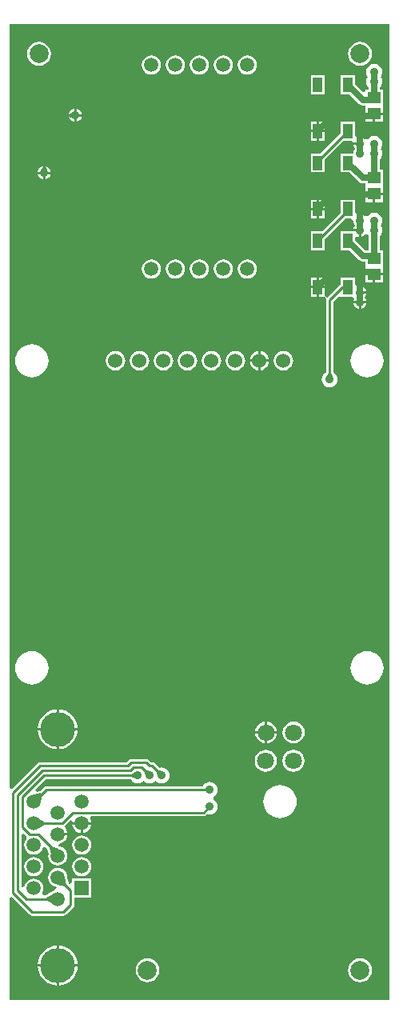
<source format=gtl>
G04 Layer_Physical_Order=1*
G04 Layer_Color=255*
%FSAX24Y24*%
%MOIN*%
G70*
G01*
G75*
%ADD10R,0.0551X0.0472*%
%ADD11R,0.0394X0.0591*%
%ADD12C,0.0100*%
%ADD13C,0.0250*%
%ADD14C,0.1457*%
%ADD15C,0.0591*%
%ADD16R,0.0591X0.0591*%
%ADD17C,0.0709*%
%ADD18C,0.0600*%
%ADD19C,0.0787*%
%ADD20C,0.0354*%
G36*
X026183Y023457D02*
X026008Y023281D01*
X025954Y023440D01*
X026025Y023510D01*
X026183Y023457D01*
D02*
G37*
G36*
X025683D02*
X025508Y023281D01*
X025454Y023440D01*
X025525Y023510D01*
X025683Y023457D01*
D02*
G37*
G36*
X025059Y023156D02*
X024909Y023230D01*
Y023330D01*
X025059Y023404D01*
Y023156D01*
D02*
G37*
G36*
X035674Y013932D02*
X019838D01*
Y014200D01*
Y018169D01*
X019938Y018210D01*
X020677Y017471D01*
X020727Y017438D01*
X020785Y017427D01*
X022085D01*
X022144Y017438D01*
X022193Y017471D01*
X022493Y017771D01*
X022526Y017821D01*
X022538Y017880D01*
Y018176D01*
X023246D01*
Y018966D01*
X022455D01*
Y018816D01*
X022355Y018765D01*
X022304Y018798D01*
X022248Y019029D01*
X022235Y019125D01*
X022196Y019221D01*
X022132Y019304D01*
X022050Y019367D01*
X021954Y019407D01*
X021850Y019420D01*
X021747Y019407D01*
X021651Y019367D01*
X021568Y019304D01*
X021505Y019221D01*
X021465Y019125D01*
X021452Y019022D01*
X021465Y018918D01*
X021505Y018822D01*
X021568Y018740D01*
X021651Y018676D01*
X021747Y018637D01*
X021775Y018633D01*
X021792Y018612D01*
X021750Y018506D01*
X021747Y018505D01*
X021651Y018465D01*
X021574Y018406D01*
X021355Y018273D01*
X021246D01*
X021196Y018371D01*
X021235Y018468D01*
X021249Y018571D01*
X021235Y018674D01*
X021196Y018770D01*
X021132Y018853D01*
X021050Y018916D01*
X020954Y018956D01*
X020850Y018970D01*
X020747Y018956D01*
X020651Y018916D01*
X020568Y018853D01*
X020505Y018770D01*
X020465Y018674D01*
X020464Y018665D01*
X020357Y018614D01*
X020338Y018626D01*
Y020811D01*
X020430Y020850D01*
X020529Y020751D01*
X020558Y020680D01*
X020536Y020613D01*
X020505Y020573D01*
X020465Y020477D01*
X020452Y020374D01*
X020465Y020271D01*
X020505Y020175D01*
X020568Y020092D01*
X020651Y020029D01*
X020747Y019989D01*
X020850Y019975D01*
X020954Y019989D01*
X021050Y020029D01*
X021132Y020092D01*
X021196Y020175D01*
X021235Y020271D01*
X021340Y020298D01*
X021425Y020212D01*
X021459Y019978D01*
X021452Y019923D01*
X021465Y019820D01*
X021505Y019724D01*
X021568Y019641D01*
X021651Y019578D01*
X021747Y019538D01*
X021850Y019525D01*
X021954Y019538D01*
X022050Y019578D01*
X022132Y019641D01*
X022196Y019724D01*
X022235Y019820D01*
X022249Y019923D01*
X022235Y020026D01*
X022196Y020123D01*
X022132Y020205D01*
X022050Y020268D01*
X021954Y020308D01*
X021935Y020311D01*
X021882Y020329D01*
X021893Y020432D01*
X021954Y020440D01*
X022050Y020479D01*
X022132Y020543D01*
X022196Y020625D01*
X022235Y020722D01*
X022243Y020775D01*
X021850D01*
Y020875D01*
X022243D01*
X022235Y020928D01*
X022196Y021024D01*
X022163Y021066D01*
X022148Y021145D01*
X022172Y021202D01*
X022372Y021402D01*
X022462Y021350D01*
X022458Y021326D01*
X022850D01*
X023242D01*
X023235Y021379D01*
X023196Y021475D01*
X023250Y021568D01*
X027926D01*
X027985Y021580D01*
X028034Y021613D01*
X028088Y021666D01*
X028100Y021661D01*
X028185Y021650D01*
X028270Y021661D01*
X028350Y021694D01*
X028418Y021746D01*
X028471Y021815D01*
X028504Y021894D01*
X028515Y021980D01*
X028504Y022065D01*
X028471Y022145D01*
X028418Y022213D01*
X028350Y022265D01*
X028326Y022275D01*
Y022384D01*
X028350Y022394D01*
X028418Y022446D01*
X028471Y022515D01*
X028504Y022594D01*
X028515Y022680D01*
X028504Y022765D01*
X028471Y022845D01*
X028418Y022913D01*
X028350Y022965D01*
X028270Y022998D01*
X028185Y023010D01*
X028100Y022998D01*
X028020Y022965D01*
X027952Y022913D01*
X027899Y022845D01*
X027891Y022826D01*
X024891D01*
X024858Y022832D01*
X021372D01*
X021314Y022821D01*
X021264Y022788D01*
X021105Y022628D01*
X020960Y022596D01*
X020910Y022688D01*
X021348Y023127D01*
X024887D01*
X024896Y023122D01*
X024899Y023115D01*
X024952Y023046D01*
X025020Y022994D01*
X025100Y022961D01*
X025185Y022950D01*
X025270Y022961D01*
X025350Y022994D01*
X025418Y023046D01*
X025452D01*
X025520Y022994D01*
X025600Y022961D01*
X025685Y022950D01*
X025770Y022961D01*
X025850Y022994D01*
X025918Y023046D01*
X025952D01*
X026020Y022994D01*
X026100Y022961D01*
X026185Y022950D01*
X026270Y022961D01*
X026350Y022994D01*
X026418Y023046D01*
X026471Y023115D01*
X026504Y023194D01*
X026515Y023280D01*
X026504Y023365D01*
X026471Y023445D01*
X026418Y023513D01*
X026350Y023565D01*
X026270Y023598D01*
X026185Y023610D01*
X026100Y023598D01*
X026092Y023595D01*
X026082Y023598D01*
X025893Y023788D01*
X025844Y023821D01*
X025785Y023832D01*
X025731D01*
X025649Y023915D01*
X025599Y023948D01*
X025541Y023960D01*
X024912D01*
X024854Y023948D01*
X024804Y023915D01*
X024722Y023832D01*
X021119D01*
X021061Y023821D01*
X021011Y023788D01*
X019938Y022714D01*
X019838Y022756D01*
Y026200D01*
Y044488D01*
Y054571D01*
X035674D01*
Y013932D01*
D02*
G37*
G36*
X021225Y022461D02*
X021145Y022166D01*
X020867Y022472D01*
X021157Y022535D01*
X021225Y022461D01*
D02*
G37*
G36*
X021318Y021331D02*
X021319Y021231D01*
X021065Y021073D01*
X021057Y021486D01*
X021318Y021331D01*
D02*
G37*
G36*
X021904Y020214D02*
X021561Y019983D01*
X021521Y020262D01*
X021606Y020319D01*
X021904Y020214D01*
D02*
G37*
G36*
X022217Y018726D02*
X022146Y018655D01*
X021853Y018726D01*
X022146Y019019D01*
X022217Y018726D01*
D02*
G37*
G36*
X021640Y017913D02*
X021382Y018070D01*
Y018170D01*
X021640Y018327D01*
Y017913D01*
D02*
G37*
%LPC*%
G36*
X034449Y053844D02*
X034320Y053827D01*
X034200Y053778D01*
X034097Y053699D01*
X034018Y053595D01*
X033968Y053475D01*
X033951Y053346D01*
X033968Y053218D01*
X034018Y053097D01*
X034097Y052994D01*
X034200Y052915D01*
X034320Y052865D01*
X034449Y052849D01*
X034578Y052865D01*
X034698Y052915D01*
X034801Y052994D01*
X034880Y053097D01*
X034930Y053218D01*
X034947Y053346D01*
X034930Y053475D01*
X034880Y053595D01*
X034801Y053699D01*
X034698Y053778D01*
X034578Y053827D01*
X034449Y053844D01*
D02*
G37*
G36*
X021063D02*
X020934Y053827D01*
X020814Y053778D01*
X020711Y053699D01*
X020632Y053595D01*
X020582Y053475D01*
X020565Y053346D01*
X020582Y053218D01*
X020632Y053097D01*
X020711Y052994D01*
X020814Y052915D01*
X020934Y052865D01*
X021063Y052849D01*
X021192Y052865D01*
X021312Y052915D01*
X021415Y052994D01*
X021494Y053097D01*
X021544Y053218D01*
X021561Y053346D01*
X021544Y053475D01*
X021494Y053595D01*
X021415Y053699D01*
X021312Y053778D01*
X021192Y053827D01*
X021063Y053844D01*
D02*
G37*
G36*
X029756Y053273D02*
X029653Y053259D01*
X029557Y053219D01*
X029474Y053156D01*
X029411Y053073D01*
X029371Y052977D01*
X029357Y052874D01*
X029371Y052771D01*
X029411Y052675D01*
X029474Y052592D01*
X029557Y052529D01*
X029653Y052489D01*
X029756Y052475D01*
X029859Y052489D01*
X029955Y052529D01*
X030038Y052592D01*
X030101Y052675D01*
X030141Y052771D01*
X030155Y052874D01*
X030141Y052977D01*
X030101Y053073D01*
X030038Y053156D01*
X029955Y053219D01*
X029859Y053259D01*
X029756Y053273D01*
D02*
G37*
G36*
X028756D02*
X028653Y053259D01*
X028557Y053219D01*
X028474Y053156D01*
X028411Y053073D01*
X028371Y052977D01*
X028357Y052874D01*
X028371Y052771D01*
X028411Y052675D01*
X028474Y052592D01*
X028557Y052529D01*
X028653Y052489D01*
X028756Y052475D01*
X028859Y052489D01*
X028955Y052529D01*
X029038Y052592D01*
X029101Y052675D01*
X029141Y052771D01*
X029155Y052874D01*
X029141Y052977D01*
X029101Y053073D01*
X029038Y053156D01*
X028955Y053219D01*
X028859Y053259D01*
X028756Y053273D01*
D02*
G37*
G36*
X027756D02*
X027653Y053259D01*
X027557Y053219D01*
X027474Y053156D01*
X027411Y053073D01*
X027371Y052977D01*
X027357Y052874D01*
X027371Y052771D01*
X027411Y052675D01*
X027474Y052592D01*
X027557Y052529D01*
X027653Y052489D01*
X027756Y052475D01*
X027859Y052489D01*
X027955Y052529D01*
X028038Y052592D01*
X028101Y052675D01*
X028141Y052771D01*
X028155Y052874D01*
X028141Y052977D01*
X028101Y053073D01*
X028038Y053156D01*
X027955Y053219D01*
X027859Y053259D01*
X027756Y053273D01*
D02*
G37*
G36*
X026756D02*
X026653Y053259D01*
X026557Y053219D01*
X026474Y053156D01*
X026411Y053073D01*
X026371Y052977D01*
X026357Y052874D01*
X026371Y052771D01*
X026411Y052675D01*
X026474Y052592D01*
X026557Y052529D01*
X026653Y052489D01*
X026756Y052475D01*
X026859Y052489D01*
X026955Y052529D01*
X027038Y052592D01*
X027101Y052675D01*
X027141Y052771D01*
X027155Y052874D01*
X027141Y052977D01*
X027101Y053073D01*
X027038Y053156D01*
X026955Y053219D01*
X026859Y053259D01*
X026756Y053273D01*
D02*
G37*
G36*
X025756D02*
X025653Y053259D01*
X025557Y053219D01*
X025474Y053156D01*
X025411Y053073D01*
X025371Y052977D01*
X025357Y052874D01*
X025371Y052771D01*
X025411Y052675D01*
X025474Y052592D01*
X025557Y052529D01*
X025653Y052489D01*
X025756Y052475D01*
X025859Y052489D01*
X025955Y052529D01*
X026038Y052592D01*
X026101Y052675D01*
X026141Y052771D01*
X026155Y052874D01*
X026141Y052977D01*
X026101Y053073D01*
X026038Y053156D01*
X025955Y053219D01*
X025859Y053259D01*
X025756Y053273D01*
D02*
G37*
G36*
X035043Y052924D02*
X034957Y052912D01*
X034878Y052879D01*
X034809Y052827D01*
X034757Y052759D01*
X034724Y052679D01*
X034713Y052594D01*
X034724Y052508D01*
X034757Y052429D01*
X034784Y052394D01*
X034757Y052359D01*
X034724Y052279D01*
X034713Y052194D01*
X034724Y052108D01*
X034757Y052029D01*
X034809Y051960D01*
X034813Y051957D01*
Y051852D01*
X034664D01*
Y051785D01*
X034571Y051747D01*
X034245Y052073D01*
Y052441D01*
X033652D01*
Y051650D01*
X034019D01*
X034416Y051254D01*
X034491Y051204D01*
X034578Y051186D01*
X034664D01*
Y050896D01*
X035039D01*
X035415D01*
Y051180D01*
Y051852D01*
X035272D01*
Y051957D01*
X035276Y051960D01*
X035328Y052029D01*
X035361Y052108D01*
X035373Y052194D01*
X035361Y052279D01*
X035328Y052359D01*
X035301Y052394D01*
X035328Y052429D01*
X035361Y052508D01*
X035373Y052594D01*
X035361Y052679D01*
X035328Y052759D01*
X035276Y052827D01*
X035208Y052879D01*
X035128Y052912D01*
X035043Y052924D01*
D02*
G37*
G36*
X032985Y052441D02*
X032392D01*
Y051650D01*
X032985D01*
Y052441D01*
D02*
G37*
G36*
X022635Y051052D02*
Y050830D01*
X022858D01*
X022855Y050852D01*
X022827Y050919D01*
X022783Y050977D01*
X022725Y051022D01*
X022657Y051050D01*
X022635Y051052D01*
D02*
G37*
G36*
X022535D02*
X022513Y051050D01*
X022445Y051022D01*
X022387Y050977D01*
X022343Y050919D01*
X022315Y050852D01*
X022312Y050831D01*
X022459Y050904D01*
Y050830D01*
X022535D01*
Y051052D01*
D02*
G37*
G36*
Y050730D02*
X022459D01*
Y050656D01*
X022312Y050728D01*
X022315Y050707D01*
X022343Y050640D01*
X022387Y050582D01*
X022445Y050537D01*
X022513Y050510D01*
X022535Y050507D01*
Y050730D01*
D02*
G37*
G36*
X035415Y050796D02*
X035089D01*
Y050510D01*
X035415D01*
Y050796D01*
D02*
G37*
G36*
X034989D02*
X034664D01*
Y050510D01*
X034989D01*
Y050796D01*
D02*
G37*
G36*
X022858Y050730D02*
X022635D01*
Y050507D01*
X022657Y050510D01*
X022725Y050537D01*
X022783Y050582D01*
X022827Y050640D01*
X022855Y050707D01*
X022858Y050730D01*
D02*
G37*
G36*
X032985Y050512D02*
X032739D01*
Y050167D01*
X032985D01*
Y050512D01*
D02*
G37*
G36*
X032639D02*
X032392D01*
Y050167D01*
X032639D01*
Y050512D01*
D02*
G37*
G36*
X035043Y049924D02*
X034957Y049912D01*
X034878Y049879D01*
X034809Y049827D01*
X034771Y049778D01*
X034765Y049774D01*
X034698Y049767D01*
X034654Y049773D01*
X034640Y049791D01*
X034582Y049836D01*
X034515Y049864D01*
X034493Y049867D01*
Y049594D01*
X034443D01*
Y049544D01*
X034170D01*
X034172Y049521D01*
X034200Y049454D01*
X034243Y049394D01*
X034200Y049333D01*
X034172Y049266D01*
X034163Y049194D01*
X034161Y049191D01*
X033652D01*
Y048400D01*
X034019D01*
X034416Y048004D01*
X034491Y047954D01*
X034578Y047936D01*
X034664D01*
Y047833D01*
Y047550D01*
X035039D01*
X035415D01*
Y047833D01*
Y048506D01*
X035272D01*
Y048957D01*
X035276Y048960D01*
X035328Y049029D01*
X035361Y049108D01*
X035373Y049194D01*
X035361Y049279D01*
X035328Y049359D01*
X035301Y049394D01*
X035328Y049429D01*
X035361Y049508D01*
X035373Y049594D01*
X035361Y049679D01*
X035328Y049759D01*
X035276Y049827D01*
X035208Y049879D01*
X035128Y049912D01*
X035043Y049924D01*
D02*
G37*
G36*
X032985Y050067D02*
X032739D01*
Y049721D01*
X032985D01*
Y050067D01*
D02*
G37*
G36*
X032639D02*
X032392D01*
Y049721D01*
X032639D01*
Y050067D01*
D02*
G37*
G36*
X034245Y050512D02*
X033652D01*
Y050036D01*
X032807Y049191D01*
X032392D01*
Y048400D01*
X032985D01*
Y048937D01*
X033769Y049721D01*
X034098D01*
X034151Y049644D01*
X034393D01*
Y049867D01*
X034370Y049864D01*
X034345Y049853D01*
X034245Y049909D01*
Y050512D01*
D02*
G37*
G36*
X021337Y048652D02*
X021409Y048506D01*
X021335D01*
Y048430D01*
X021558D01*
X021555Y048452D01*
X021527Y048519D01*
X021483Y048577D01*
X021425Y048622D01*
X021357Y048650D01*
X021337Y048652D01*
D02*
G37*
G36*
X021233D02*
X021213Y048650D01*
X021145Y048622D01*
X021087Y048577D01*
X021043Y048519D01*
X021015Y048452D01*
X021012Y048430D01*
X021235D01*
Y048506D01*
X021161D01*
X021233Y048652D01*
D02*
G37*
G36*
X021558Y048330D02*
X021335D01*
Y048107D01*
X021357Y048109D01*
X021425Y048137D01*
X021483Y048182D01*
X021527Y048240D01*
X021555Y048307D01*
X021558Y048330D01*
D02*
G37*
G36*
X021235D02*
X021012D01*
X021015Y048307D01*
X021043Y048240D01*
X021087Y048182D01*
X021145Y048137D01*
X021213Y048109D01*
X021235Y048107D01*
Y048330D01*
D02*
G37*
G36*
X035415Y047450D02*
X035089D01*
Y047164D01*
X035415D01*
Y047450D01*
D02*
G37*
G36*
X034989D02*
X034664D01*
Y047164D01*
X034989D01*
Y047450D01*
D02*
G37*
G36*
X032985Y047262D02*
X032739D01*
Y046917D01*
X032985D01*
Y047262D01*
D02*
G37*
G36*
X032639D02*
X032392D01*
Y046917D01*
X032639D01*
Y047262D01*
D02*
G37*
G36*
X032985Y046817D02*
X032739D01*
Y046471D01*
X032985D01*
Y046817D01*
D02*
G37*
G36*
X032639D02*
X032392D01*
Y046471D01*
X032639D01*
Y046817D01*
D02*
G37*
G36*
X034245Y047262D02*
X033652D01*
Y046725D01*
X032868Y045941D01*
X032392D01*
Y045150D01*
X032985D01*
Y045626D01*
X033830Y046471D01*
X034072D01*
X034163Y046394D01*
X034172Y046321D01*
X034200Y046254D01*
X034243Y046194D01*
X034200Y046133D01*
X034172Y046066D01*
X034170Y046044D01*
X034443D01*
Y045994D01*
X034493D01*
Y045721D01*
X034515Y045724D01*
X034582Y045752D01*
X034640Y045796D01*
X034654Y045815D01*
X034698Y045821D01*
X034765Y045813D01*
X034771Y045810D01*
X034809Y045760D01*
X034813Y045757D01*
Y045159D01*
X034664D01*
X034664Y045159D01*
Y045159D01*
X034595Y045224D01*
X034245Y045573D01*
Y045678D01*
X034345Y045734D01*
X034370Y045724D01*
X034393Y045721D01*
Y045944D01*
X034119D01*
X034119Y045944D01*
X034117Y045941D01*
X033652D01*
Y045150D01*
X034019D01*
X034416Y044754D01*
X034491Y044704D01*
X034578Y044686D01*
X034664D01*
Y044487D01*
Y044204D01*
X035039D01*
X035415D01*
Y044487D01*
Y045159D01*
X035272D01*
Y045757D01*
X035276Y045760D01*
X035328Y045829D01*
X035361Y045908D01*
X035373Y045994D01*
X035361Y046079D01*
X035328Y046159D01*
X035301Y046194D01*
X035328Y046229D01*
X035361Y046308D01*
X035373Y046394D01*
X035361Y046479D01*
X035328Y046559D01*
X035276Y046627D01*
X035208Y046679D01*
X035128Y046712D01*
X035043Y046724D01*
X034957Y046712D01*
X034878Y046679D01*
X034809Y046627D01*
X034771Y046578D01*
X034765Y046574D01*
X034698Y046567D01*
X034654Y046573D01*
X034640Y046591D01*
X034582Y046636D01*
X034515Y046664D01*
X034493Y046667D01*
Y046394D01*
X034393D01*
Y046667D01*
X034370Y046664D01*
X034345Y046653D01*
X034245Y046709D01*
Y047262D01*
D02*
G37*
G36*
X029756Y044769D02*
X029653Y044755D01*
X029557Y044715D01*
X029474Y044652D01*
X029411Y044569D01*
X029371Y044473D01*
X029357Y044370D01*
X029371Y044267D01*
X029411Y044171D01*
X029474Y044088D01*
X029557Y044025D01*
X029653Y043985D01*
X029756Y043971D01*
X029859Y043985D01*
X029955Y044025D01*
X030038Y044088D01*
X030101Y044171D01*
X030141Y044267D01*
X030155Y044370D01*
X030141Y044473D01*
X030101Y044569D01*
X030038Y044652D01*
X029955Y044715D01*
X029859Y044755D01*
X029756Y044769D01*
D02*
G37*
G36*
X028756D02*
X028653Y044755D01*
X028557Y044715D01*
X028474Y044652D01*
X028411Y044569D01*
X028371Y044473D01*
X028357Y044370D01*
X028371Y044267D01*
X028411Y044171D01*
X028474Y044088D01*
X028557Y044025D01*
X028653Y043985D01*
X028756Y043971D01*
X028859Y043985D01*
X028955Y044025D01*
X029038Y044088D01*
X029101Y044171D01*
X029141Y044267D01*
X029155Y044370D01*
X029141Y044473D01*
X029101Y044569D01*
X029038Y044652D01*
X028955Y044715D01*
X028859Y044755D01*
X028756Y044769D01*
D02*
G37*
G36*
X027756D02*
X027653Y044755D01*
X027557Y044715D01*
X027474Y044652D01*
X027411Y044569D01*
X027371Y044473D01*
X027357Y044370D01*
X027371Y044267D01*
X027411Y044171D01*
X027474Y044088D01*
X027557Y044025D01*
X027653Y043985D01*
X027756Y043971D01*
X027859Y043985D01*
X027955Y044025D01*
X028038Y044088D01*
X028101Y044171D01*
X028141Y044267D01*
X028155Y044370D01*
X028141Y044473D01*
X028101Y044569D01*
X028038Y044652D01*
X027955Y044715D01*
X027859Y044755D01*
X027756Y044769D01*
D02*
G37*
G36*
X026756D02*
X026653Y044755D01*
X026557Y044715D01*
X026474Y044652D01*
X026411Y044569D01*
X026371Y044473D01*
X026357Y044370D01*
X026371Y044267D01*
X026411Y044171D01*
X026474Y044088D01*
X026557Y044025D01*
X026653Y043985D01*
X026756Y043971D01*
X026859Y043985D01*
X026955Y044025D01*
X027038Y044088D01*
X027101Y044171D01*
X027141Y044267D01*
X027155Y044370D01*
X027141Y044473D01*
X027101Y044569D01*
X027038Y044652D01*
X026955Y044715D01*
X026859Y044755D01*
X026756Y044769D01*
D02*
G37*
G36*
X025756D02*
X025653Y044755D01*
X025557Y044715D01*
X025474Y044652D01*
X025411Y044569D01*
X025371Y044473D01*
X025357Y044370D01*
X025371Y044267D01*
X025411Y044171D01*
X025474Y044088D01*
X025557Y044025D01*
X025653Y043985D01*
X025756Y043971D01*
X025859Y043985D01*
X025955Y044025D01*
X026038Y044088D01*
X026101Y044171D01*
X026141Y044267D01*
X026155Y044370D01*
X026141Y044473D01*
X026101Y044569D01*
X026038Y044652D01*
X025955Y044715D01*
X025859Y044755D01*
X025756Y044769D01*
D02*
G37*
G36*
X035415Y044104D02*
X035089D01*
Y043817D01*
X035415D01*
Y044104D01*
D02*
G37*
G36*
X034989D02*
X034664D01*
Y043817D01*
X034989D01*
Y044104D01*
D02*
G37*
G36*
X032985Y044012D02*
X032739D01*
Y043667D01*
X032985D01*
Y044012D01*
D02*
G37*
G36*
X032639D02*
X032392D01*
Y043667D01*
X032639D01*
Y044012D01*
D02*
G37*
G36*
X034493Y043667D02*
Y043444D01*
X034715D01*
X034713Y043466D01*
X034685Y043533D01*
X034640Y043591D01*
X034582Y043636D01*
X034515Y043664D01*
X034493Y043667D01*
D02*
G37*
G36*
X032639Y043567D02*
X032392D01*
Y043221D01*
X032639D01*
Y043567D01*
D02*
G37*
G36*
X034245Y044012D02*
X033652D01*
Y043750D01*
X033614Y043725D01*
X033077Y043188D01*
X033067Y043186D01*
X032993Y043250D01*
X032985Y043268D01*
X032985Y043319D01*
Y043567D01*
X032739D01*
Y043221D01*
X032886D01*
X032958Y043221D01*
X032996Y043204D01*
X033015Y043185D01*
X033036Y043152D01*
X033040Y043145D01*
X033034Y043089D01*
X033044Y043138D01*
X033040Y043145D01*
X033044Y043138D01*
X033032Y043080D01*
X033032Y043080D01*
X033032Y043079D01*
Y040078D01*
X033028Y040068D01*
X033020Y040065D01*
X032952Y040013D01*
X032899Y039945D01*
X032866Y039865D01*
X032855Y039780D01*
X032866Y039694D01*
X032899Y039615D01*
X032952Y039546D01*
X033020Y039494D01*
X033100Y039461D01*
X033185Y039450D01*
X033270Y039461D01*
X033350Y039494D01*
X033418Y039546D01*
X033471Y039615D01*
X033504Y039694D01*
X033515Y039780D01*
X033504Y039865D01*
X033471Y039945D01*
X033418Y040013D01*
X033350Y040065D01*
X033343Y040068D01*
X033338Y040078D01*
Y043016D01*
X033575Y043253D01*
X033652Y043221D01*
Y043221D01*
X034142D01*
X034178Y043167D01*
X034195Y043121D01*
X034172Y043066D01*
X034170Y043044D01*
X034715D01*
X034713Y043066D01*
X034685Y043133D01*
X034642Y043194D01*
X034685Y043254D01*
X034713Y043321D01*
X034715Y043344D01*
X034443D01*
Y043394D01*
X034393D01*
Y043667D01*
X034370Y043664D01*
X034345Y043653D01*
X034245Y043709D01*
Y044012D01*
D02*
G37*
G36*
X034715Y042944D02*
X034493D01*
Y042721D01*
X034515Y042724D01*
X034582Y042752D01*
X034640Y042796D01*
X034685Y042854D01*
X034713Y042921D01*
X034715Y042944D01*
D02*
G37*
G36*
X034393D02*
X034170D01*
X034172Y042921D01*
X034200Y042854D01*
X034245Y042796D01*
X034303Y042752D01*
X034370Y042724D01*
X034393Y042721D01*
Y042944D01*
D02*
G37*
G36*
X030306Y040948D02*
Y040601D01*
X030653D01*
X030646Y040656D01*
X030605Y040753D01*
X030541Y040836D01*
X030458Y040901D01*
X030360Y040941D01*
X030306Y040948D01*
D02*
G37*
G36*
X030206D02*
X030151Y040941D01*
X030054Y040901D01*
X029971Y040836D01*
X029907Y040753D01*
X029866Y040656D01*
X029859Y040601D01*
X030206D01*
Y040948D01*
D02*
G37*
G36*
X030653Y040501D02*
X030306D01*
Y040154D01*
X030360Y040161D01*
X030458Y040202D01*
X030541Y040266D01*
X030605Y040349D01*
X030646Y040447D01*
X030653Y040501D01*
D02*
G37*
G36*
X030206D02*
X029859D01*
X029866Y040447D01*
X029907Y040349D01*
X029971Y040266D01*
X030054Y040202D01*
X030151Y040161D01*
X030206Y040154D01*
Y040501D01*
D02*
G37*
G36*
X031256Y040955D02*
X031151Y040941D01*
X031054Y040901D01*
X030971Y040836D01*
X030907Y040753D01*
X030866Y040656D01*
X030852Y040551D01*
X030866Y040447D01*
X030907Y040349D01*
X030971Y040266D01*
X031054Y040202D01*
X031151Y040161D01*
X031256Y040148D01*
X031360Y040161D01*
X031458Y040202D01*
X031541Y040266D01*
X031605Y040349D01*
X031646Y040447D01*
X031659Y040551D01*
X031646Y040656D01*
X031605Y040753D01*
X031541Y040836D01*
X031458Y040901D01*
X031360Y040941D01*
X031256Y040955D01*
D02*
G37*
G36*
X029256D02*
X029151Y040941D01*
X029054Y040901D01*
X028971Y040836D01*
X028907Y040753D01*
X028866Y040656D01*
X028852Y040551D01*
X028866Y040447D01*
X028907Y040349D01*
X028971Y040266D01*
X029054Y040202D01*
X029151Y040161D01*
X029256Y040148D01*
X029360Y040161D01*
X029458Y040202D01*
X029541Y040266D01*
X029605Y040349D01*
X029646Y040447D01*
X029659Y040551D01*
X029646Y040656D01*
X029605Y040753D01*
X029541Y040836D01*
X029458Y040901D01*
X029360Y040941D01*
X029256Y040955D01*
D02*
G37*
G36*
X028256D02*
X028151Y040941D01*
X028054Y040901D01*
X027971Y040836D01*
X027907Y040753D01*
X027866Y040656D01*
X027852Y040551D01*
X027866Y040447D01*
X027907Y040349D01*
X027971Y040266D01*
X028054Y040202D01*
X028151Y040161D01*
X028256Y040148D01*
X028360Y040161D01*
X028458Y040202D01*
X028541Y040266D01*
X028605Y040349D01*
X028646Y040447D01*
X028659Y040551D01*
X028646Y040656D01*
X028605Y040753D01*
X028541Y040836D01*
X028458Y040901D01*
X028360Y040941D01*
X028256Y040955D01*
D02*
G37*
G36*
X027256D02*
X027151Y040941D01*
X027054Y040901D01*
X026971Y040836D01*
X026907Y040753D01*
X026866Y040656D01*
X026852Y040551D01*
X026866Y040447D01*
X026907Y040349D01*
X026971Y040266D01*
X027054Y040202D01*
X027151Y040161D01*
X027256Y040148D01*
X027360Y040161D01*
X027458Y040202D01*
X027541Y040266D01*
X027605Y040349D01*
X027646Y040447D01*
X027659Y040551D01*
X027646Y040656D01*
X027605Y040753D01*
X027541Y040836D01*
X027458Y040901D01*
X027360Y040941D01*
X027256Y040955D01*
D02*
G37*
G36*
X026256D02*
X026151Y040941D01*
X026054Y040901D01*
X025971Y040836D01*
X025907Y040753D01*
X025866Y040656D01*
X025852Y040551D01*
X025866Y040447D01*
X025907Y040349D01*
X025971Y040266D01*
X026054Y040202D01*
X026151Y040161D01*
X026256Y040148D01*
X026360Y040161D01*
X026458Y040202D01*
X026541Y040266D01*
X026605Y040349D01*
X026646Y040447D01*
X026659Y040551D01*
X026646Y040656D01*
X026605Y040753D01*
X026541Y040836D01*
X026458Y040901D01*
X026360Y040941D01*
X026256Y040955D01*
D02*
G37*
G36*
X025256D02*
X025151Y040941D01*
X025054Y040901D01*
X024971Y040836D01*
X024907Y040753D01*
X024866Y040656D01*
X024852Y040551D01*
X024866Y040447D01*
X024907Y040349D01*
X024971Y040266D01*
X025054Y040202D01*
X025151Y040161D01*
X025256Y040148D01*
X025360Y040161D01*
X025458Y040202D01*
X025541Y040266D01*
X025605Y040349D01*
X025646Y040447D01*
X025659Y040551D01*
X025646Y040656D01*
X025605Y040753D01*
X025541Y040836D01*
X025458Y040901D01*
X025360Y040941D01*
X025256Y040955D01*
D02*
G37*
G36*
X024256D02*
X024151Y040941D01*
X024054Y040901D01*
X023971Y040836D01*
X023907Y040753D01*
X023866Y040656D01*
X023852Y040551D01*
X023866Y040447D01*
X023907Y040349D01*
X023971Y040266D01*
X024054Y040202D01*
X024151Y040161D01*
X024256Y040148D01*
X024360Y040161D01*
X024458Y040202D01*
X024541Y040266D01*
X024605Y040349D01*
X024646Y040447D01*
X024659Y040551D01*
X024646Y040656D01*
X024605Y040753D01*
X024541Y040836D01*
X024458Y040901D01*
X024360Y040941D01*
X024256Y040955D01*
D02*
G37*
G36*
X020768Y041245D02*
X020632Y041232D01*
X020502Y041192D01*
X020382Y041128D01*
X020277Y041042D01*
X020191Y040937D01*
X020127Y040817D01*
X020087Y040687D01*
X020074Y040551D01*
X020087Y040416D01*
X020127Y040286D01*
X020191Y040166D01*
X020277Y040061D01*
X020382Y039974D01*
X020502Y039910D01*
X020632Y039871D01*
X020768Y039857D01*
X020903Y039871D01*
X021033Y039910D01*
X021153Y039974D01*
X021258Y040061D01*
X021345Y040166D01*
X021409Y040286D01*
X021448Y040416D01*
X021462Y040551D01*
X021448Y040687D01*
X021409Y040817D01*
X021345Y040937D01*
X021258Y041042D01*
X021153Y041128D01*
X021033Y041192D01*
X020903Y041232D01*
X020768Y041245D01*
D02*
G37*
G36*
X034744Y041245D02*
X034609Y041232D01*
X034479Y041192D01*
X034359Y041128D01*
X034253Y041042D01*
X034167Y040937D01*
X034103Y040817D01*
X034064Y040687D01*
X034050Y040551D01*
X034064Y040416D01*
X034103Y040286D01*
X034167Y040166D01*
X034253Y040061D01*
X034359Y039974D01*
X034479Y039910D01*
X034609Y039871D01*
X034744Y039857D01*
X034879Y039871D01*
X035010Y039910D01*
X035130Y039974D01*
X035235Y040061D01*
X035321Y040166D01*
X035385Y040286D01*
X035425Y040416D01*
X035438Y040551D01*
X035425Y040687D01*
X035385Y040817D01*
X035321Y040937D01*
X035235Y041042D01*
X035130Y041128D01*
X035010Y041192D01*
X034879Y041232D01*
X034744Y041245D01*
D02*
G37*
G36*
Y028450D02*
X034609Y028436D01*
X034479Y028397D01*
X034359Y028333D01*
X034253Y028247D01*
X034167Y028141D01*
X034103Y028021D01*
X034064Y027891D01*
X034050Y027756D01*
X034064Y027621D01*
X034103Y027490D01*
X034167Y027370D01*
X034253Y027265D01*
X034359Y027179D01*
X034479Y027115D01*
X034609Y027075D01*
X034744Y027062D01*
X034879Y027075D01*
X035010Y027115D01*
X035130Y027179D01*
X035235Y027265D01*
X035321Y027370D01*
X035385Y027490D01*
X035425Y027621D01*
X035438Y027756D01*
X035425Y027891D01*
X035385Y028021D01*
X035321Y028141D01*
X035235Y028247D01*
X035130Y028333D01*
X035010Y028397D01*
X034879Y028436D01*
X034744Y028450D01*
D02*
G37*
G36*
X020768D02*
X020632Y028436D01*
X020502Y028397D01*
X020382Y028333D01*
X020277Y028247D01*
X020191Y028141D01*
X020127Y028021D01*
X020087Y027891D01*
X020074Y027756D01*
X020087Y027621D01*
X020127Y027490D01*
X020191Y027370D01*
X020277Y027265D01*
X020382Y027179D01*
X020502Y027115D01*
X020632Y027075D01*
X020768Y027062D01*
X020903Y027075D01*
X021033Y027115D01*
X021153Y027179D01*
X021258Y027265D01*
X021345Y027370D01*
X021409Y027490D01*
X021448Y027621D01*
X021462Y027756D01*
X021448Y027891D01*
X021409Y028021D01*
X021345Y028141D01*
X021258Y028247D01*
X021153Y028333D01*
X021033Y028397D01*
X020903Y028436D01*
X020768Y028450D01*
D02*
G37*
G36*
X021900Y026024D02*
Y025247D01*
X022678D01*
X022667Y025359D01*
X022619Y025515D01*
X022542Y025659D01*
X022439Y025785D01*
X022313Y025889D01*
X022169Y025966D01*
X022013Y026013D01*
X021900Y026024D01*
D02*
G37*
G36*
X021800Y026024D02*
X021688Y026013D01*
X021532Y025966D01*
X021388Y025889D01*
X021262Y025785D01*
X021158Y025659D01*
X021081Y025515D01*
X021034Y025359D01*
X021023Y025247D01*
X021800D01*
Y026024D01*
D02*
G37*
G36*
X030582Y025515D02*
Y025113D01*
X030983D01*
X030974Y025182D01*
X030928Y025292D01*
X030856Y025387D01*
X030761Y025460D01*
X030650Y025506D01*
X030582Y025515D01*
D02*
G37*
G36*
X030482D02*
X030413Y025506D01*
X030302Y025460D01*
X030207Y025387D01*
X030135Y025292D01*
X030089Y025182D01*
X030080Y025113D01*
X030482D01*
Y025515D01*
D02*
G37*
G36*
X030983Y025013D02*
X030582D01*
Y024611D01*
X030650Y024620D01*
X030761Y024666D01*
X030856Y024739D01*
X030928Y024834D01*
X030974Y024944D01*
X030983Y025013D01*
D02*
G37*
G36*
X030482D02*
X030080D01*
X030089Y024944D01*
X030135Y024834D01*
X030207Y024739D01*
X030302Y024666D01*
X030413Y024620D01*
X030482Y024611D01*
Y025013D01*
D02*
G37*
G36*
X031683Y025521D02*
X031564Y025506D01*
X031454Y025460D01*
X031359Y025387D01*
X031286Y025292D01*
X031240Y025182D01*
X031225Y025063D01*
X031240Y024944D01*
X031286Y024834D01*
X031359Y024739D01*
X031454Y024666D01*
X031564Y024620D01*
X031683Y024605D01*
X031802Y024620D01*
X031912Y024666D01*
X032007Y024739D01*
X032080Y024834D01*
X032126Y024944D01*
X032141Y025063D01*
X032126Y025182D01*
X032080Y025292D01*
X032007Y025387D01*
X031912Y025460D01*
X031802Y025506D01*
X031683Y025521D01*
D02*
G37*
G36*
X021800Y025147D02*
X021023D01*
X021034Y025034D01*
X021081Y024878D01*
X021158Y024734D01*
X021262Y024608D01*
X021388Y024505D01*
X021532Y024428D01*
X021688Y024380D01*
X021800Y024369D01*
Y025147D01*
D02*
G37*
G36*
X022678D02*
X021900D01*
Y024369D01*
X022013Y024380D01*
X022169Y024428D01*
X022313Y024505D01*
X022439Y024608D01*
X022542Y024734D01*
X022619Y024878D01*
X022667Y025034D01*
X022678Y025147D01*
D02*
G37*
G36*
X031673Y024340D02*
X031555Y024325D01*
X031444Y024279D01*
X031349Y024206D01*
X031276Y024111D01*
X031231Y024000D01*
X031215Y023882D01*
X031231Y023763D01*
X031276Y023653D01*
X031349Y023558D01*
X031444Y023485D01*
X031555Y023439D01*
X031673Y023424D01*
X031792Y023439D01*
X031902Y023485D01*
X031997Y023558D01*
X032070Y023653D01*
X032116Y023763D01*
X032131Y023882D01*
X032116Y024000D01*
X032070Y024111D01*
X031997Y024206D01*
X031902Y024279D01*
X031792Y024325D01*
X031673Y024340D01*
D02*
G37*
G36*
X030522D02*
X030403Y024325D01*
X030293Y024279D01*
X030198Y024206D01*
X030125Y024111D01*
X030079Y024000D01*
X030063Y023882D01*
X030079Y023763D01*
X030125Y023653D01*
X030198Y023558D01*
X030293Y023485D01*
X030403Y023439D01*
X030522Y023424D01*
X030640Y023439D01*
X030751Y023485D01*
X030846Y023558D01*
X030919Y023653D01*
X030964Y023763D01*
X030980Y023882D01*
X030964Y024000D01*
X030919Y024111D01*
X030846Y024206D01*
X030751Y024279D01*
X030640Y024325D01*
X030522Y024340D01*
D02*
G37*
G36*
X031112Y022875D02*
X030977Y022862D01*
X030847Y022822D01*
X030727Y022758D01*
X030622Y022672D01*
X030535Y022567D01*
X030471Y022447D01*
X030432Y022316D01*
X030418Y022181D01*
X030432Y022046D01*
X030471Y021916D01*
X030535Y021796D01*
X030622Y021690D01*
X030727Y021604D01*
X030847Y021540D01*
X030977Y021501D01*
X031112Y021487D01*
X031248Y021501D01*
X031378Y021540D01*
X031498Y021604D01*
X031603Y021690D01*
X031689Y021796D01*
X031753Y021916D01*
X031793Y022046D01*
X031806Y022181D01*
X031793Y022316D01*
X031753Y022447D01*
X031689Y022567D01*
X031603Y022672D01*
X031498Y022758D01*
X031378Y022822D01*
X031248Y022862D01*
X031112Y022875D01*
D02*
G37*
G36*
X023242Y021226D02*
X022900D01*
Y020883D01*
X022954Y020890D01*
X023050Y020930D01*
X023132Y020994D01*
X023196Y021076D01*
X023235Y021172D01*
X023242Y021226D01*
D02*
G37*
G36*
X022800D02*
X022458D01*
X022465Y021172D01*
X022505Y021076D01*
X022568Y020994D01*
X022651Y020930D01*
X022747Y020890D01*
X022800Y020883D01*
Y021226D01*
D02*
G37*
G36*
X022850Y020773D02*
X022747Y020759D01*
X022651Y020719D01*
X022568Y020656D01*
X022505Y020573D01*
X022465Y020477D01*
X022452Y020374D01*
X022465Y020271D01*
X022505Y020175D01*
X022568Y020092D01*
X022651Y020029D01*
X022747Y019989D01*
X022850Y019975D01*
X022954Y019989D01*
X023050Y020029D01*
X023132Y020092D01*
X023196Y020175D01*
X023235Y020271D01*
X023249Y020374D01*
X023235Y020477D01*
X023196Y020573D01*
X023132Y020656D01*
X023050Y020719D01*
X022954Y020759D01*
X022850Y020773D01*
D02*
G37*
G36*
Y019871D02*
X022747Y019858D01*
X022651Y019818D01*
X022568Y019754D01*
X022505Y019672D01*
X022465Y019576D01*
X022452Y019472D01*
X022465Y019369D01*
X022505Y019273D01*
X022568Y019191D01*
X022651Y019127D01*
X022747Y019087D01*
X022850Y019074D01*
X022954Y019087D01*
X023050Y019127D01*
X023132Y019191D01*
X023196Y019273D01*
X023235Y019369D01*
X023249Y019472D01*
X023235Y019576D01*
X023196Y019672D01*
X023132Y019754D01*
X023050Y019818D01*
X022954Y019858D01*
X022850Y019871D01*
D02*
G37*
G36*
X020850D02*
X020747Y019858D01*
X020651Y019818D01*
X020568Y019754D01*
X020505Y019672D01*
X020465Y019576D01*
X020452Y019472D01*
X020465Y019369D01*
X020505Y019273D01*
X020568Y019191D01*
X020651Y019127D01*
X020747Y019087D01*
X020850Y019074D01*
X020954Y019087D01*
X021050Y019127D01*
X021132Y019191D01*
X021196Y019273D01*
X021235Y019369D01*
X021249Y019472D01*
X021235Y019576D01*
X021196Y019672D01*
X021132Y019754D01*
X021050Y019818D01*
X020954Y019858D01*
X020850Y019871D01*
D02*
G37*
G36*
X021900Y016182D02*
Y015404D01*
X022678D01*
X022667Y015517D01*
X022619Y015673D01*
X022542Y015817D01*
X022439Y015943D01*
X022313Y016046D01*
X022169Y016123D01*
X022013Y016171D01*
X021900Y016182D01*
D02*
G37*
G36*
X021800Y016182D02*
X021688Y016171D01*
X021532Y016123D01*
X021388Y016046D01*
X021262Y015943D01*
X021158Y015817D01*
X021081Y015673D01*
X021034Y015517D01*
X021023Y015404D01*
X021800D01*
Y016182D01*
D02*
G37*
G36*
X034449Y015655D02*
X034320Y015638D01*
X034200Y015589D01*
X034097Y015510D01*
X034018Y015406D01*
X033968Y015286D01*
X033951Y015157D01*
X033968Y015029D01*
X034018Y014908D01*
X034097Y014805D01*
X034200Y014726D01*
X034320Y014676D01*
X034449Y014660D01*
X034578Y014676D01*
X034698Y014726D01*
X034801Y014805D01*
X034880Y014908D01*
X034930Y015029D01*
X034947Y015157D01*
X034930Y015286D01*
X034880Y015406D01*
X034801Y015510D01*
X034698Y015589D01*
X034578Y015638D01*
X034449Y015655D01*
D02*
G37*
G36*
X025591Y015655D02*
X025462Y015638D01*
X025342Y015589D01*
X025238Y015510D01*
X025159Y015406D01*
X025110Y015286D01*
X025093Y015157D01*
X025110Y015029D01*
X025159Y014908D01*
X025238Y014805D01*
X025342Y014726D01*
X025462Y014676D01*
X025591Y014660D01*
X025719Y014676D01*
X025840Y014726D01*
X025943Y014805D01*
X026022Y014908D01*
X026072Y015029D01*
X026089Y015157D01*
X026072Y015286D01*
X026022Y015406D01*
X025943Y015510D01*
X025840Y015589D01*
X025719Y015638D01*
X025591Y015655D01*
D02*
G37*
G36*
X021800Y015304D02*
X021023D01*
X021034Y015192D01*
X021081Y015036D01*
X021158Y014892D01*
X021262Y014766D01*
X021388Y014662D01*
X021532Y014585D01*
X021688Y014538D01*
X021800Y014527D01*
Y015304D01*
D02*
G37*
G36*
X022678D02*
X021900D01*
Y014527D01*
X022013Y014538D01*
X022169Y014585D01*
X022313Y014662D01*
X022439Y014766D01*
X022542Y014892D01*
X022619Y015036D01*
X022667Y015192D01*
X022678Y015304D01*
D02*
G37*
%LPD*%
G36*
X033309Y039906D02*
X033061D01*
X033135Y040056D01*
X033235D01*
X033309Y039906D01*
D02*
G37*
D10*
X035039Y044823D02*
D03*
Y044154D02*
D03*
Y048169D02*
D03*
Y047500D02*
D03*
Y051516D02*
D03*
Y050846D02*
D03*
D11*
X032689Y045546D02*
D03*
X032689Y043617D02*
D03*
X033948D02*
D03*
Y045546D02*
D03*
X032689Y048796D02*
D03*
X032689Y046867D02*
D03*
X033948D02*
D03*
Y048796D02*
D03*
X032689Y052046D02*
D03*
X032689Y050117D02*
D03*
X033948D02*
D03*
Y052046D02*
D03*
D12*
X027926Y021721D02*
X028185Y021980D01*
X022475Y021721D02*
X027926D01*
X024864Y022673D02*
X028178D01*
X028185Y022680D01*
X025785Y023680D02*
X026185Y023280D01*
X025668Y023680D02*
X025785D01*
X025358Y023607D02*
X025685Y023280D01*
X025012Y023607D02*
X025358D01*
X021285Y023280D02*
X025185D01*
X025541Y023807D02*
X025668Y023680D01*
X024885Y023480D02*
X025012Y023607D01*
X021202Y023480D02*
X024885D01*
X024912Y023807D02*
X025541D01*
X024785Y023680D02*
X024912Y023807D01*
X021119Y023680D02*
X024785D01*
X019985Y022545D02*
X021119Y023680D01*
X020185Y022462D02*
X021202Y023480D01*
X020385Y022380D02*
X021285Y023280D01*
X020185Y018480D02*
Y022462D01*
Y018480D02*
X020545Y018120D01*
X020385Y021111D02*
Y022380D01*
Y021111D02*
X020677Y020819D01*
X021850Y019022D02*
X022385Y018487D01*
Y017880D02*
Y018487D01*
X022085Y017580D02*
X022385Y017880D01*
X020785Y017580D02*
X022085D01*
X019985Y018380D02*
X020785Y017580D01*
X019985Y018380D02*
Y022545D01*
X024858Y022680D02*
X024864Y022673D01*
X021372Y022680D02*
X024858D01*
X020545Y018120D02*
X021850D01*
Y019923D02*
Y020004D01*
X021035Y020819D02*
X021850Y020004D01*
X020677Y020819D02*
X021035D01*
X020850Y022157D02*
X021372Y022680D01*
X020850Y021281D02*
X022035D01*
X022475Y021721D01*
X032689Y048857D02*
X033948Y050117D01*
X032689Y048796D02*
Y048857D01*
X033948Y046806D02*
Y046867D01*
X032689Y045546D02*
X033948Y046806D01*
X020835Y020157D02*
Y020198D01*
X020850Y021986D02*
Y022157D01*
X022835Y020157D02*
X023032Y020354D01*
X022850D02*
X023032D01*
X033185Y039780D02*
Y043080D01*
X033722Y043617D01*
X033948D01*
X021285Y048380D02*
Y050080D01*
X021985Y050780D01*
X022585D01*
D13*
X034578Y051416D02*
X035069D01*
X033948Y052046D02*
X034578Y051416D01*
X032689Y050117D02*
X033319Y050746D01*
X034578Y048166D02*
X035069D01*
X033948Y048796D02*
X034578Y048166D01*
X032689Y046867D02*
X033319Y047496D01*
X034578Y044916D02*
X035069D01*
X033948Y045546D02*
X034578Y044916D01*
X032689Y043617D02*
X033319Y044246D01*
X032654Y050082D02*
X032689Y050117D01*
X032654Y046832D02*
X032689Y046867D01*
X033319Y047496D02*
X034460D01*
X035069D01*
X033319Y050746D02*
X034460D01*
X035069D01*
X034460Y044246D02*
X035069D01*
X033319D02*
X034460D01*
X021850Y021707D02*
X021863Y021694D01*
X034443Y047479D02*
X034460Y047496D01*
X034443Y044229D02*
X034460Y044246D01*
X034443Y045994D02*
Y047479D01*
Y050729D02*
X034460Y050746D01*
X034443Y049194D02*
Y050729D01*
Y042994D02*
Y044229D01*
X035043Y051442D02*
Y052194D01*
Y052594D01*
Y049194D02*
Y049594D01*
Y048192D02*
Y049194D01*
Y045994D02*
Y046394D01*
Y044942D02*
Y045994D01*
X027643Y052874D02*
X027804D01*
D14*
X021850Y015354D02*
D03*
Y025197D02*
D03*
D15*
X020850Y018571D02*
D03*
Y019472D02*
D03*
Y020374D02*
D03*
Y021276D02*
D03*
Y022177D02*
D03*
X021850Y019022D02*
D03*
Y019923D02*
D03*
Y020825D02*
D03*
Y021726D02*
D03*
Y018120D02*
D03*
X022850Y022177D02*
D03*
Y019472D02*
D03*
Y020374D02*
D03*
Y021276D02*
D03*
X025756Y052874D02*
D03*
X026756D02*
D03*
X027756D02*
D03*
X028756D02*
D03*
X029756D02*
D03*
Y044370D02*
D03*
X028756D02*
D03*
X027756D02*
D03*
X026756D02*
D03*
X025756D02*
D03*
D16*
X022850Y018571D02*
D03*
D17*
X030531Y025063D02*
D03*
X031683D02*
D03*
X031673Y023882D02*
D03*
X030522D02*
D03*
D18*
X024256Y040551D02*
D03*
X025256D02*
D03*
X026256D02*
D03*
X027256D02*
D03*
X028256D02*
D03*
X029256D02*
D03*
X030256D02*
D03*
X031256D02*
D03*
D19*
X034449Y015157D02*
D03*
X034449Y053346D02*
D03*
X021063D02*
D03*
X025591Y015157D02*
D03*
D20*
X028185Y022680D02*
D03*
Y021980D02*
D03*
X026185Y023280D02*
D03*
X025685D02*
D03*
X025185D02*
D03*
X034443Y046394D02*
D03*
Y045994D02*
D03*
Y049194D02*
D03*
Y049594D02*
D03*
Y043394D02*
D03*
Y042994D02*
D03*
X035043Y052194D02*
D03*
Y052594D02*
D03*
Y049594D02*
D03*
Y049194D02*
D03*
Y046394D02*
D03*
Y045994D02*
D03*
X033185Y039780D02*
D03*
X021285Y048380D02*
D03*
X022585Y050780D02*
D03*
M02*

</source>
